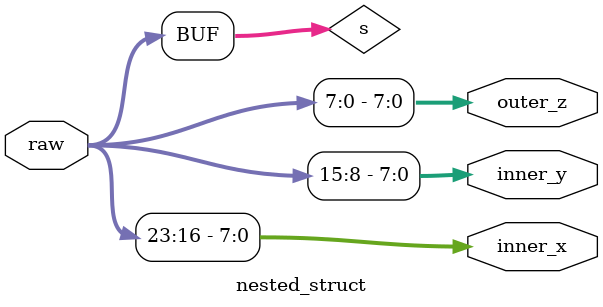
<source format=sv>
module nested_struct (
    input  logic [23:0] raw,
    output logic [7:0]  inner_x,
    output logic [7:0]  inner_y,
    output logic [7:0]  outer_z
);
    typedef struct packed {
        logic [7:0] x;
        logic [7:0] y;
    } inner_t;

    typedef struct packed {
        inner_t inner;
        logic [7:0] z;
    } outer_t;

    outer_t s;
    assign s = raw;
    assign inner_x = s.inner.x;
    assign inner_y = s.inner.y;
    assign outer_z = s.z;
endmodule

</source>
